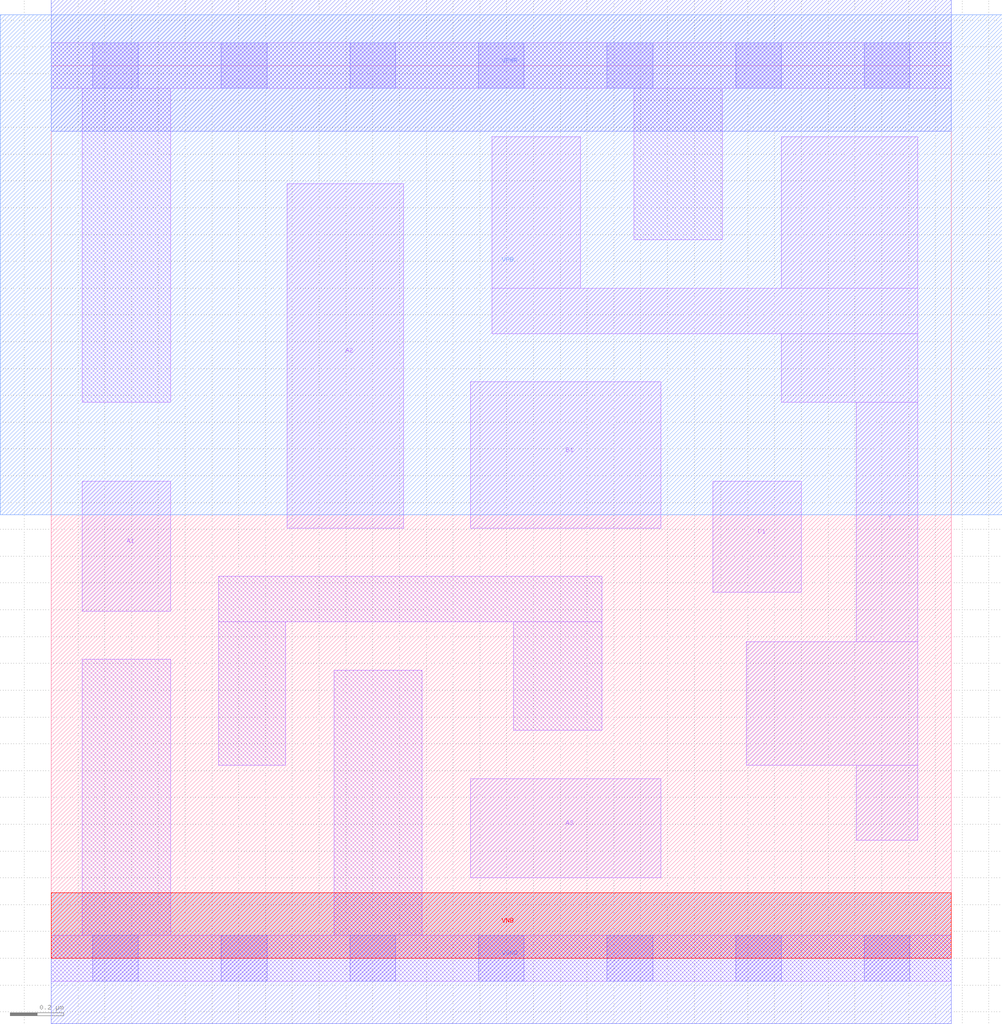
<source format=lef>
# Copyright 2020 The SkyWater PDK Authors
#
# Licensed under the Apache License, Version 2.0 (the "License");
# you may not use this file except in compliance with the License.
# You may obtain a copy of the License at
#
#     https://www.apache.org/licenses/LICENSE-2.0
#
# Unless required by applicable law or agreed to in writing, software
# distributed under the License is distributed on an "AS IS" BASIS,
# WITHOUT WARRANTIES OR CONDITIONS OF ANY KIND, either express or implied.
# See the License for the specific language governing permissions and
# limitations under the License.
#
# SPDX-License-Identifier: Apache-2.0

VERSION 5.7 ;
  NOWIREEXTENSIONATPIN ON ;
  DIVIDERCHAR "/" ;
  BUSBITCHARS "[]" ;
MACRO sky130_fd_sc_lp__o311ai_lp
  CLASS CORE ;
  FOREIGN sky130_fd_sc_lp__o311ai_lp ;
  ORIGIN  0.000000  0.000000 ;
  SIZE  3.360000 BY  3.330000 ;
  SYMMETRY X Y R90 ;
  SITE unit ;
  PIN A1
    ANTENNAGATEAREA  0.313000 ;
    DIRECTION INPUT ;
    USE SIGNAL ;
    PORT
      LAYER li1 ;
        RECT 0.115000 1.295000 0.445000 1.780000 ;
    END
  END A1
  PIN A2
    ANTENNAGATEAREA  0.313000 ;
    DIRECTION INPUT ;
    USE SIGNAL ;
    PORT
      LAYER li1 ;
        RECT 0.880000 1.605000 1.315000 2.890000 ;
    END
  END A2
  PIN A3
    ANTENNAGATEAREA  0.313000 ;
    DIRECTION INPUT ;
    USE SIGNAL ;
    PORT
      LAYER li1 ;
        RECT 1.565000 0.300000 2.275000 0.670000 ;
    END
  END A3
  PIN B1
    ANTENNAGATEAREA  0.313000 ;
    DIRECTION INPUT ;
    USE SIGNAL ;
    PORT
      LAYER li1 ;
        RECT 1.565000 1.605000 2.275000 2.150000 ;
    END
  END B1
  PIN C1
    ANTENNAGATEAREA  0.313000 ;
    DIRECTION INPUT ;
    USE SIGNAL ;
    PORT
      LAYER li1 ;
        RECT 2.470000 1.365000 2.800000 1.780000 ;
    END
  END C1
  PIN Y
    ANTENNADIFFAREA  0.684700 ;
    DIRECTION OUTPUT ;
    USE SIGNAL ;
    PORT
      LAYER li1 ;
        RECT 1.645000 2.330000 3.235000 2.500000 ;
        RECT 1.645000 2.500000 1.975000 3.065000 ;
        RECT 2.595000 0.720000 3.235000 1.180000 ;
        RECT 2.725000 2.075000 3.235000 2.330000 ;
        RECT 2.725000 2.500000 3.235000 3.065000 ;
        RECT 3.005000 0.440000 3.235000 0.720000 ;
        RECT 3.005000 1.180000 3.235000 2.075000 ;
    END
  END Y
  PIN VGND
    DIRECTION INOUT ;
    USE GROUND ;
    PORT
      LAYER met1 ;
        RECT 0.000000 -0.245000 3.360000 0.245000 ;
    END
  END VGND
  PIN VNB
    DIRECTION INOUT ;
    USE GROUND ;
    PORT
      LAYER pwell ;
        RECT 0.000000 0.000000 3.360000 0.245000 ;
    END
  END VNB
  PIN VPB
    DIRECTION INOUT ;
    USE POWER ;
    PORT
      LAYER nwell ;
        RECT -0.190000 1.655000 3.550000 3.520000 ;
    END
  END VPB
  PIN VPWR
    DIRECTION INOUT ;
    USE POWER ;
    PORT
      LAYER met1 ;
        RECT 0.000000 3.085000 3.360000 3.575000 ;
    END
  END VPWR
  OBS
    LAYER li1 ;
      RECT 0.000000 -0.085000 3.360000 0.085000 ;
      RECT 0.000000  3.245000 3.360000 3.415000 ;
      RECT 0.115000  0.085000 0.445000 1.115000 ;
      RECT 0.115000  2.075000 0.445000 3.245000 ;
      RECT 0.625000  0.720000 0.875000 1.255000 ;
      RECT 0.625000  1.255000 2.055000 1.425000 ;
      RECT 1.055000  0.085000 1.385000 1.075000 ;
      RECT 1.725000  0.850000 2.055000 1.255000 ;
      RECT 2.175000  2.680000 2.505000 3.245000 ;
    LAYER mcon ;
      RECT 0.155000 -0.085000 0.325000 0.085000 ;
      RECT 0.155000  3.245000 0.325000 3.415000 ;
      RECT 0.635000 -0.085000 0.805000 0.085000 ;
      RECT 0.635000  3.245000 0.805000 3.415000 ;
      RECT 1.115000 -0.085000 1.285000 0.085000 ;
      RECT 1.115000  3.245000 1.285000 3.415000 ;
      RECT 1.595000 -0.085000 1.765000 0.085000 ;
      RECT 1.595000  3.245000 1.765000 3.415000 ;
      RECT 2.075000 -0.085000 2.245000 0.085000 ;
      RECT 2.075000  3.245000 2.245000 3.415000 ;
      RECT 2.555000 -0.085000 2.725000 0.085000 ;
      RECT 2.555000  3.245000 2.725000 3.415000 ;
      RECT 3.035000 -0.085000 3.205000 0.085000 ;
      RECT 3.035000  3.245000 3.205000 3.415000 ;
  END
END sky130_fd_sc_lp__o311ai_lp
END LIBRARY

</source>
